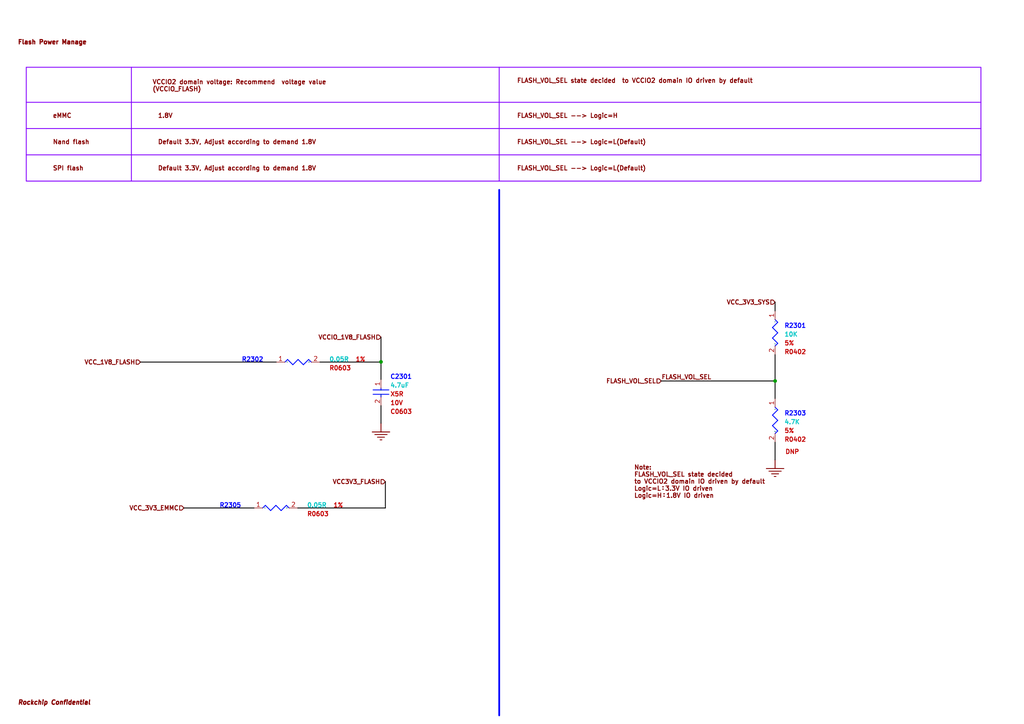
<source format=kicad_sch>
(kicad_sch (version 20231120) (generator "eeschema") (generator_version "8.0")
  (paper "User" 297.002 210.007)
  (lib_symbols
    (symbol "total-altium-import:23_0_CAP NP"
      (symbol "23_0_CAP NP_1_0"
        (polyline (pts (xy 0.254 -1.778) (xy 4.826 -1.778)) (stroke (width 0.254) (color 0 11 255 1)))
        (polyline (pts (xy 0.254 -0.508) (xy 4.826 -0.508)) (stroke (width 0.254) (color 0 11 255 1)))
        (polyline (pts (xy 2.54 -2.54) (xy 2.54 -1.778)) (stroke (width 0.254) (color 0 11 255 1)))
        (polyline (pts (xy 2.54 0) (xy 2.54 -0.508)) (stroke (width 0.254) (color 0 11 255 1)))
        (pin passive line (at 2.54 2.54 270) (length 2.54) (name "1") (number "1"))
        (pin passive line (at 2.54 -5.08 90) (length 2.54) (name "2") (number "2"))
      )
    )
    (symbol "total-altium-import:23_0_RESISTOR"
      (symbol "23_0_RESISTOR_1_0"
        (polyline (pts (xy 1.778 -5.334) (xy 3.302 -6.858)) (stroke (width 0.254) (color 0 11 255 1)))
        (polyline (pts (xy 1.778 -2.286) (xy 3.302 -3.81)) (stroke (width 0.254) (color 0 11 255 1)))
        (polyline (pts (xy 2.54 0) (xy 3.302 -0.762)) (stroke (width 0.254) (color 0 11 255 1)))
        (polyline (pts (xy 3.302 -6.858) (xy 2.54 -7.62)) (stroke (width 0.254) (color 0 11 255 1)))
        (polyline (pts (xy 3.302 -3.81) (xy 1.778 -5.334)) (stroke (width 0.254) (color 0 11 255 1)))
        (polyline (pts (xy 3.302 -0.762) (xy 1.778 -2.286)) (stroke (width 0.254) (color 0 11 255 1)))
        (pin passive line (at 2.54 2.54 270) (length 2.54) (name "1") (number "1"))
        (pin passive line (at 2.54 -10.16 90) (length 2.54) (name "2") (number "2"))
      )
    )
    (symbol "total-altium-import:23_1_RESISTOR"
      (symbol "23_1_RESISTOR_1_0"
        (polyline (pts (xy 0 2.54) (xy 0.762 3.302)) (stroke (width 0.254) (color 0 11 255 1)))
        (polyline (pts (xy 0.762 3.302) (xy 2.286 1.778)) (stroke (width 0.254) (color 0 11 255 1)))
        (polyline (pts (xy 2.286 1.778) (xy 3.81 3.302)) (stroke (width 0.254) (color 0 11 255 1)))
        (polyline (pts (xy 3.81 3.302) (xy 5.334 1.778)) (stroke (width 0.254) (color 0 11 255 1)))
        (polyline (pts (xy 5.334 1.778) (xy 6.858 3.302)) (stroke (width 0.254) (color 0 11 255 1)))
        (polyline (pts (xy 6.858 3.302) (xy 7.62 2.54)) (stroke (width 0.254) (color 0 11 255 1)))
        (pin passive line (at -2.54 2.54 0) (length 2.54) (name "1") (number "1"))
        (pin passive line (at 10.16 2.54 180) (length 2.54) (name "2") (number "2"))
      )
    )
    (symbol "total-altium-import:GND_POWER_GROUND" (power)
      (property "Reference" "#PWR" (at 0 0 0))
      (property "Value" "GND" (at 0 6.35 0))
      (symbol "GND_POWER_GROUND_0_0"
        (polyline (pts (xy -2.54 -2.54) (xy 2.54 -2.54)) (stroke (width 0.254)))
        (polyline (pts (xy -1.778 -3.302) (xy 1.778 -3.302)) (stroke (width 0.254)))
        (polyline (pts (xy -1.016 -4.064) (xy 1.016 -4.064)) (stroke (width 0.254)))
        (polyline (pts (xy -0.254 -4.826) (xy 0.254 -4.826)) (stroke (width 0.254)))
        (polyline (pts (xy 0 0) (xy 0 -2.54)) (stroke (width 0.254)))
        (pin power_in line (at 0 0 0) (length 0) hide (name "GND") (number ""))
      )
    )
  )
  (junction (at 110.49 104.9528))
  (junction (at 224.79 110.49))
  (wire (pts (xy 224.79 90.17) (xy 224.79 87.63)) (stroke (width 0.25) (color 0 0 0 1)))
  (wire (pts (xy 191.77 110.49) (xy 224.79 110.49)) (stroke (width 0.25) (color 0 0 0 1)))
  (polyline (pts (xy 38.1 19.5072) (xy 38.1 52.5272)) (stroke (width 0.254) (type solid) (color 132 0 255 1)))
  (polyline (pts (xy 144.78 55.0672) (xy 144.78 207.4672)) (stroke (width 0.508) (type solid) (color 0 0 255 1)))
  (wire (pts (xy 110.5844 104.9528) (xy 110.5844 105.0161)) (stroke (width 0.25) (color 0 0 0 1)))
  (polyline (pts (xy 7.62 37.2872) (xy 284.48 37.2872)) (stroke (width 0.254) (type solid) (color 132 0 255 1)))
  (wire (pts (xy 224.79 115.57) (xy 224.79 110.49)) (stroke (width 0.25) (color 0 0 0 1)))
  (wire (pts (xy 111.76 139.7) (xy 111.76 147.32)) (stroke (width 0.25) (color 0 0 0 1)))
  (wire (pts (xy 111.76 147.32) (xy 86.36 147.32)) (stroke (width 0.25) (color 0 0 0 1)))
  (wire (pts (xy 110.49 104.9528) (xy 110.49 97.79)) (stroke (width 0.25) (color 0 0 0 1)))
  (wire (pts (xy 80.1044 105.0161) (xy 40.7344 105.0161)) (stroke (width 0.25) (color 0 0 0 1)))
  (wire (pts (xy 224.79 133.35) (xy 224.79 128.27)) (stroke (width 0.25) (color 0 0 0 1)))
  (wire (pts (xy 110.49 110.0328) (xy 110.49 104.9528)) (stroke (width 0.25) (color 0 0 0 1)))
  (polyline (pts (xy 7.62 29.6672) (xy 284.48 29.6672)) (stroke (width 0.254) (type solid) (color 132 0 255 1)))
  (polyline (pts (xy 144.78 19.5072) (xy 144.78 52.5272)) (stroke (width 0.254) (type solid) (color 132 0 255 1)))
  (wire (pts (xy 110.5844 104.9528) (xy 110.49 104.9528)) (stroke (width 0.25) (color 0 0 0 1)))
  (wire (pts (xy 73.66 147.32) (xy 53.34 147.32)) (stroke (width 0.25) (color 0 0 0 1)))
  (wire (pts (xy 110.49 122.7328) (xy 110.49 117.6528)) (stroke (width 0.25) (color 0 0 0 1)))
  (polyline (pts (xy 7.62 44.9072) (xy 284.48 44.9072)) (stroke (width 0.254) (type solid) (color 132 0 255 1)))
  (wire (pts (xy 224.79 110.49) (xy 224.79 102.87)) (stroke (width 0.25) (color 0 0 0 1)))
  (wire (pts (xy 110.5844 105.0161) (xy 92.8044 105.0161)) (stroke (width 0.25) (color 0 0 0 1)))
  (rectangle (start 284.48 19.5072) (end 7.62 52.5272) (stroke (width 0.254) (color 132 0 255 1)))
  (text_box "VCCIO2 domain voltage: Recommend  voltage value\n(VCCIO_FLASH)" (at 43.18 22.0472 0) (size 96.52 6.604) (stroke (width -0.0001) (color 0 0 0 1)) (effects (font (size 1.27 1.27) (bold yes)) (justify left top)))
  (text_box "Note:\nFLASH_VOL_SEL state decided \nto VCCIO2 domain IO driven by default\nLogic=L：3.3V IO driven\nLogic=H：1.8V IO driven" (at 182.88 133.8072 0) (size 76.2 16.51) (stroke (width -0.0001) (color 0 0 0 1)) (effects (font (size 1.27 1.27) (bold yes)) (justify left top)))
  (text "FLASH_VOL_SEL state decided  to VCCIO2 domain IO driven by default" (at 149.86 24.3332 0) (effects (font (size 1.27 1.27) (bold yes)) (justify left bottom)))
  (text "1.8V" (at 45.72 34.4932 0) (effects (font (size 1.27 1.27) (bold yes)) (justify left bottom)))
  (text "FLASH_VOL_SEL --> Logic=L(Default)" (at 149.86 49.7332 0) (effects (font (size 1.27 1.27) (bold yes)) (justify left bottom)))
  (text "eMMC" (at 15.24 34.4932 0) (effects (font (size 1.27 1.27) (bold yes)) (justify left bottom)))
  (text "Rockchip Confidential" (at 5.08 204.6732 0) (effects (font (size 1.27 1.27) (thickness 0.4826) (bold yes) (italic yes)) (justify left bottom)))
  (text "Default 3.3V, Adjust according to demand 1.8V" (at 45.72 42.1132 0) (effects (font (size 1.27 1.27) (bold yes)) (justify left bottom)))
  (text "Nand flash" (at 15.24 42.1132 0) (effects (font (size 1.27 1.27) (bold yes)) (justify left bottom)))
  (text "Default 3.3V, Adjust according to demand 1.8V" (at 45.72 49.7332 0) (effects (font (size 1.27 1.27) (bold yes)) (justify left bottom)))
  (text "FLASH_VOL_SEL --> Logic=L(Default)" (at 149.86 42.1132 0) (effects (font (size 1.27 1.27) (bold yes)) (justify left bottom)))
  (text "Flash Power Manage" (at 5.08 13.1572 0) (effects (font (size 1.27 1.27) (thickness 0.635) (bold yes)) (justify left bottom)))
  (text "SPI flash" (at 15.24 49.7332 0) (effects (font (size 1.27 1.27) (bold yes)) (justify left bottom)))
  (text "FLASH_VOL_SEL --> Logic=H" (at 149.86 34.4932 0) (effects (font (size 1.27 1.27) (bold yes)) (justify left bottom)))
  (label "FLASH_VOL_SEL" (at 191.77 110.49 0) (effects (font (size 1.25 1.25) (bold yes))))
  (hierarchical_label "VCC_1V8_FLASH" (shape input) (at 40.7344 105.0161 180) (effects (font (size 1.25 1.25) (bold yes))))
  (hierarchical_label "VCCIO_1V8_FLASH" (shape input) (at 110.49 97.79 180) (effects (font (size 1.25 1.25) (bold yes))))
  (hierarchical_label "VCC3V3_FLASH" (shape input) (at 111.76 139.7 180) (effects (font (size 1.25 1.25) (bold yes))))
  (hierarchical_label "VCC_3V3_SYS" (shape input) (at 224.79 87.63 180) (effects (font (size 1.25 1.25) (bold yes))))
  (hierarchical_label "VCC_3V3_EMMC" (shape input) (at 53.34 147.32 180) (effects (font (size 1.25 1.25) (bold yes))))
  (hierarchical_label "FLASH_VOL_SEL" (shape input) (at 191.77 110.49 180) (effects (font (size 1.25 1.25) (bold yes))))
  (symbol (lib_id "total-altium-import:GND_POWER_GROUND") (at 110.49 122.7328 0) (unit 1)
    (property "Reference" "#PWR0492" (effects (hide yes)))
    (property "Value" "GND" (effects (hide yes)))
  )
  (symbol (lib_id "total-altium-import:GND_POWER_GROUND") (at 224.79 133.35 0) (unit 1)
    (property "Reference" "#PWR0494" (effects (hide yes)))
    (property "Value" "GND" (effects (hide yes)))
  )
  (symbol (lib_id "total-altium-import:23_1_RESISTOR") (at 76.2 149.86 0) (unit 1)
    (property "Reference" "R2305" (at 63.5 147.32 0) (effects (font (bold yes)) (justify left bottom)))
    (property "Value" "0.05R" (at 88.9 147.32 0) (effects (font (bold yes)) (justify left bottom)))
    (property "Footprint" "Footprint Library:R0402" (effects (hide yes)))
    (property "Description" "厚膜低阻值电阻,0R05,+/-1%,R0603,1/10W." (effects (hide yes)))
    (property "PCB FOOTPRINT" "R0603" (at 88.9 149.86 0) (effects (font (bold yes)) (justify left bottom)))
    (property "TOLERANCE" "1%" (at 96.52 147.32 0) (effects (font (bold yes)) (justify left bottom)))
    (property "RK PN" "RL0603FR-070R05L" (effects (hide yes)))
    (property "PRIORITY" "A" (effects (hide yes)))
    (property "PART TYPE" "厚膜低阻值电阻" (effects (hide yes)))
    (property "WATTAGE" "1/10W" (effects (hide yes)))
    (property "MANUFACTURER" "YAGEO" (effects (hide yes)))
    (property "MANUFACTURER PN" "RL0603FR-070R05L" (effects (hide yes)))
    (property "CREATED BY" "YTL" (effects (hide yes)))
  )
  (symbol (lib_id "total-altium-import:23_0_CAP NP") (at 107.95 112.5728 0) (unit 1)
    (property "Reference" "C2301" (at 113.03 110.0328 0) (effects (font (bold yes)) (justify left bottom)))
    (property "Value" "4.7uF" (at 113.03 112.5728 0) (effects (font (bold yes)) (justify left bottom)))
    (property "Footprint" "Footprint Library:C0603" (effects (hide yes)))
    (property "Description" "cap,4.70uF,+/-10%,10V,X5R,C0603" (effects (hide yes)))
    (property "VOLTAGE" "10V" (at 113.03 117.6528 0) (effects (font (bold yes)) (justify left bottom)))
    (property "PCB FOOTPRINT" "C0603" (at 113.03 120.1928 0) (effects (font (bold yes)) (justify left bottom)))
    (property "DIELECTRIC" "X5R" (at 113.03 115.1128 0) (effects (font (bold yes)) (justify left bottom)))
    (property "RK PN" "C1608X5R1A475K080AC" (effects (hide yes)))
    (property "PRIORITY" "A" (effects (hide yes)))
    (property "PART TYPE" "C0603" (effects (hide yes)))
    (property "TOLERANCE" "10%" (effects (hide yes)))
    (property "MANUFACTURER" "TDK" (effects (hide yes)))
    (property "MANUFACTURER PN" "C1608X5R1A475K080AC" (effects (hide yes)))
    (property "CREATED BY" "JJJ" (effects (hide yes)))
  )
  (symbol (lib_id "total-altium-import:23_0_RESISTOR") (at 222.25 92.71 0) (unit 1)
    (property "Reference" "R2301" (at 227.33 95.25 0) (effects (font (bold yes)) (justify left bottom)))
    (property "Value" "10K" (at 227.33 97.79 0) (effects (font (bold yes)) (justify left bottom)))
    (property "Footprint" "Footprint Library:R0402" (effects (hide yes)))
    (property "Description" "通用厚膜电阻,10K,+/-5%,R0402,1/16W." (effects (hide yes)))
    (property "PCB FOOTPRINT" "R0402" (at 227.33 102.87 0) (effects (font (bold yes)) (justify left bottom)))
    (property "TOLERANCE" "5%" (at 227.33 100.33 0) (effects (font (bold yes)) (justify left bottom)))
    (property "RK PN" "RC0402JR-0710KL" (effects (hide yes)))
    (property "PRIORITY" "A" (effects (hide yes)))
    (property "PART TYPE" "通用厚膜电阻" (effects (hide yes)))
    (property "WATTAGE" "1/16W" (effects (hide yes)))
    (property "MANUFACTURER" "YAGEO" (effects (hide yes)))
    (property "MANUFACTURER PN" "RC0402JR-0710KL" (effects (hide yes)))
    (property "CREATED BY" "YTL" (effects (hide yes)))
  )
  (symbol (lib_id "total-altium-import:23_0_RESISTOR") (at 222.25 118.11 0) (unit 1)
    (property "Reference" "R2303" (at 227.33 120.65 0) (effects (font (bold yes)) (justify left bottom)))
    (property "Value" "4.7K" (at 227.33 123.19 0) (effects (font (bold yes)) (justify left bottom)))
    (property "Footprint" "Footprint Library:R0402" (effects (hide yes)))
    (property "Description" "通用厚膜电阻,4K7,+/-5%,R0402,1/16W." (effects (hide yes)))
    (property "PCB FOOTPRINT" "R0402" (at 227.33 128.27 0) (effects (font (bold yes)) (justify left bottom)))
    (property "TOLERANCE" "5%" (at 227.33 125.73 0) (effects (font (bold yes)) (justify left bottom)))
    (property "CREATED BY" "YTL" (effects (hide yes)))
    (property "MANUFACTURER PN" "RC0402JR-074K7L" (effects (hide yes)))
    (property "MANUFACTURER" "YAGEO" (effects (hide yes)))
    (property "WATTAGE" "1/16W" (effects (hide yes)))
    (property "PART TYPE" "通用厚膜电阻" (effects (hide yes)))
    (property "PRIORITY" "A" (effects (hide yes)))
    (property "RK PN" "RC0402JR-074K7L" (effects (hide yes)))
    (property "OPTION" "DNP" (at 227.584 131.826 0) (effects (font (bold yes)) (justify left bottom)))
  )
  (symbol (lib_id "total-altium-import:23_1_RESISTOR") (at 82.6444 107.5561 0) (unit 1)
    (property "Reference" "R2302" (at 69.9444 105.0161 0) (effects (font (bold yes)) (justify left bottom)))
    (property "Value" "0.05R" (at 95.3444 105.0161 0) (effects (font (bold yes)) (justify left bottom)))
    (property "Footprint" "Footprint Library:R0402" (effects (hide yes)))
    (property "Description" "厚膜低阻值电阻,0R05,+/-1%,R0603,1/10W." (effects (hide yes)))
    (property "PCB FOOTPRINT" "R0603" (at 95.3444 107.5561 0) (effects (font (bold yes)) (justify left bottom)))
    (property "TOLERANCE" "1%" (at 102.9644 105.0161 0) (effects (font (bold yes)) (justify left bottom)))
    (property "CREATED BY" "YTL" (effects (hide yes)))
    (property "MANUFACTURER PN" "RL0603FR-070R05L" (effects (hide yes)))
    (property "MANUFACTURER" "YAGEO" (effects (hide yes)))
    (property "WATTAGE" "1/10W" (effects (hide yes)))
    (property "PART TYPE" "厚膜低阻值电阻" (effects (hide yes)))
    (property "PRIORITY" "A" (effects (hide yes)))
    (property "RK PN" "RL0603FR-070R05L" (effects (hide yes)))
  )
)
</source>
